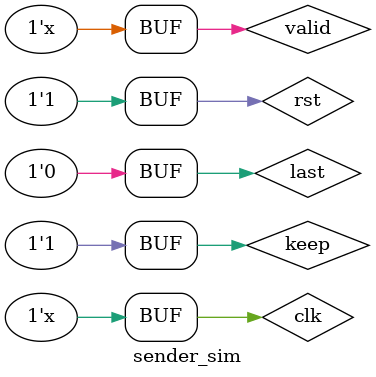
<source format=v>
`timescale 1 ns / 1 ps
module sender_sim();
reg clk,rst,valid,keep,last;
reg [7:0] data;
wire ready,sig;
laser_sender_v1_0 sender(sig,clk,rst,ready,data,keep,last,valid);

initial clk<=0;
always #1 clk<=~clk;

initial begin data<=0; valid<=1; keep<=1; last<=0; end
initial begin rst=0; #2 rst=1; end
always #20 valid<=~valid;

always @ (posedge clk) if(ready&valid) data<=data+1;

endmodule
</source>
